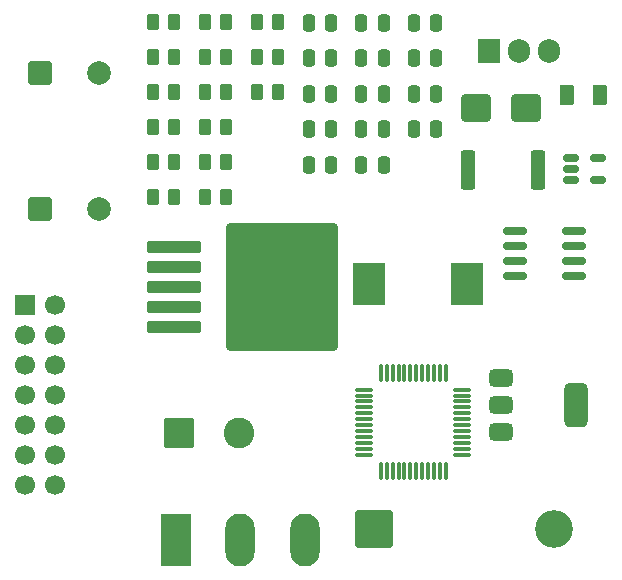
<source format=gbr>
%TF.GenerationSoftware,KiCad,Pcbnew,9.0.7*%
%TF.CreationDate,2026-02-08T16:25:54+05:30*%
%TF.ProjectId,gray,67726179-2e6b-4696-9361-645f70636258,rev?*%
%TF.SameCoordinates,Original*%
%TF.FileFunction,Soldermask,Top*%
%TF.FilePolarity,Negative*%
%FSLAX46Y46*%
G04 Gerber Fmt 4.6, Leading zero omitted, Abs format (unit mm)*
G04 Created by KiCad (PCBNEW 9.0.7) date 2026-02-08 16:25:54*
%MOMM*%
%LPD*%
G01*
G04 APERTURE LIST*
G04 Aperture macros list*
%AMRoundRect*
0 Rectangle with rounded corners*
0 $1 Rounding radius*
0 $2 $3 $4 $5 $6 $7 $8 $9 X,Y pos of 4 corners*
0 Add a 4 corners polygon primitive as box body*
4,1,4,$2,$3,$4,$5,$6,$7,$8,$9,$2,$3,0*
0 Add four circle primitives for the rounded corners*
1,1,$1+$1,$2,$3*
1,1,$1+$1,$4,$5*
1,1,$1+$1,$6,$7*
1,1,$1+$1,$8,$9*
0 Add four rect primitives between the rounded corners*
20,1,$1+$1,$2,$3,$4,$5,0*
20,1,$1+$1,$4,$5,$6,$7,0*
20,1,$1+$1,$6,$7,$8,$9,0*
20,1,$1+$1,$8,$9,$2,$3,0*%
G04 Aperture macros list end*
%ADD10R,2.700000X3.600000*%
%ADD11RoundRect,0.075000X-0.662500X-0.075000X0.662500X-0.075000X0.662500X0.075000X-0.662500X0.075000X0*%
%ADD12RoundRect,0.075000X-0.075000X-0.662500X0.075000X-0.662500X0.075000X0.662500X-0.075000X0.662500X0*%
%ADD13RoundRect,0.150000X-0.825000X-0.150000X0.825000X-0.150000X0.825000X0.150000X-0.825000X0.150000X0*%
%ADD14RoundRect,0.150000X-0.512500X-0.150000X0.512500X-0.150000X0.512500X0.150000X-0.512500X0.150000X0*%
%ADD15RoundRect,0.250000X-2.050000X-0.300000X2.050000X-0.300000X2.050000X0.300000X-2.050000X0.300000X0*%
%ADD16RoundRect,0.250002X-4.449998X-5.149998X4.449998X-5.149998X4.449998X5.149998X-4.449998X5.149998X0*%
%ADD17RoundRect,0.250000X-0.262500X-0.450000X0.262500X-0.450000X0.262500X0.450000X-0.262500X0.450000X0*%
%ADD18RoundRect,0.250000X-0.362500X-1.425000X0.362500X-1.425000X0.362500X1.425000X-0.362500X1.425000X0*%
%ADD19R,2.500000X4.500000*%
%ADD20O,2.500000X4.500000*%
%ADD21R,1.905000X2.000000*%
%ADD22O,1.905000X2.000000*%
%ADD23R,1.700000X1.700000*%
%ADD24C,1.700000*%
%ADD25RoundRect,0.250000X-0.375000X-0.625000X0.375000X-0.625000X0.375000X0.625000X-0.375000X0.625000X0*%
%ADD26RoundRect,0.250000X-1.050000X-1.050000X1.050000X-1.050000X1.050000X1.050000X-1.050000X1.050000X0*%
%ADD27C,2.600000*%
%ADD28RoundRect,0.250000X-1.000000X-0.900000X1.000000X-0.900000X1.000000X0.900000X-1.000000X0.900000X0*%
%ADD29RoundRect,0.250000X-1.350000X-1.350000X1.350000X-1.350000X1.350000X1.350000X-1.350000X1.350000X0*%
%ADD30C,3.200000*%
%ADD31RoundRect,0.250000X-0.250000X-0.475000X0.250000X-0.475000X0.250000X0.475000X-0.250000X0.475000X0*%
%ADD32RoundRect,0.250000X-0.750000X-0.750000X0.750000X-0.750000X0.750000X0.750000X-0.750000X0.750000X0*%
%ADD33C,2.000000*%
%ADD34RoundRect,0.375000X-0.625000X-0.375000X0.625000X-0.375000X0.625000X0.375000X-0.625000X0.375000X0*%
%ADD35RoundRect,0.500000X-0.500000X-1.400000X0.500000X-1.400000X0.500000X1.400000X-0.500000X1.400000X0*%
G04 APERTURE END LIST*
D10*
%TO.C,L1*%
X162300000Y-86500000D03*
X154000000Y-86500000D03*
%TD*%
D11*
%TO.C,U5*%
X153587500Y-95400000D03*
X153587500Y-95900000D03*
X153587500Y-96400000D03*
X153587500Y-96900000D03*
X153587500Y-97400000D03*
X153587500Y-97900000D03*
X153587500Y-98400000D03*
X153587500Y-98900000D03*
X153587500Y-99400000D03*
X153587500Y-99900000D03*
X153587500Y-100400000D03*
X153587500Y-100900000D03*
D12*
X155000000Y-102312500D03*
X155500000Y-102312500D03*
X156000000Y-102312500D03*
X156500000Y-102312500D03*
X157000000Y-102312500D03*
X157500000Y-102312500D03*
X158000000Y-102312500D03*
X158500000Y-102312500D03*
X159000000Y-102312500D03*
X159500000Y-102312500D03*
X160000000Y-102312500D03*
X160500000Y-102312500D03*
D11*
X161912500Y-100900000D03*
X161912500Y-100400000D03*
X161912500Y-99900000D03*
X161912500Y-99400000D03*
X161912500Y-98900000D03*
X161912500Y-98400000D03*
X161912500Y-97900000D03*
X161912500Y-97400000D03*
X161912500Y-96900000D03*
X161912500Y-96400000D03*
X161912500Y-95900000D03*
X161912500Y-95400000D03*
D12*
X160500000Y-93987500D03*
X160000000Y-93987500D03*
X159500000Y-93987500D03*
X159000000Y-93987500D03*
X158500000Y-93987500D03*
X158000000Y-93987500D03*
X157500000Y-93987500D03*
X157000000Y-93987500D03*
X156500000Y-93987500D03*
X156000000Y-93987500D03*
X155500000Y-93987500D03*
X155000000Y-93987500D03*
%TD*%
D13*
%TO.C,U4*%
X166375000Y-81980000D03*
X166375000Y-83250000D03*
X166375000Y-84520000D03*
X166375000Y-85790000D03*
X171325000Y-85790000D03*
X171325000Y-84520000D03*
X171325000Y-83250000D03*
X171325000Y-81980000D03*
%TD*%
D14*
%TO.C,U3*%
X171102500Y-75775000D03*
X171102500Y-76725000D03*
X171102500Y-77675000D03*
X173377500Y-77675000D03*
X173377500Y-75775000D03*
%TD*%
D15*
%TO.C,U1*%
X137450000Y-83300000D03*
X137450000Y-85000000D03*
X137450000Y-86700000D03*
D16*
X146600000Y-86700000D03*
D15*
X137450000Y-88400000D03*
X137450000Y-90100000D03*
%TD*%
D17*
%TO.C,TH6*%
X144487500Y-70200000D03*
X146312500Y-70200000D03*
%TD*%
%TO.C,TH5*%
X144487500Y-67250000D03*
X146312500Y-67250000D03*
%TD*%
%TO.C,TH4*%
X144487500Y-64300000D03*
X146312500Y-64300000D03*
%TD*%
%TO.C,TH3*%
X140077500Y-79050000D03*
X141902500Y-79050000D03*
%TD*%
%TO.C,TH2*%
X140077500Y-76100000D03*
X141902500Y-76100000D03*
%TD*%
%TO.C,TH1*%
X140077500Y-73150000D03*
X141902500Y-73150000D03*
%TD*%
%TO.C,R23*%
X140077500Y-70200000D03*
X141902500Y-70200000D03*
%TD*%
%TO.C,R17*%
X140077500Y-67250000D03*
X141902500Y-67250000D03*
%TD*%
D18*
%TO.C,R10*%
X162347500Y-76780000D03*
X168272500Y-76780000D03*
%TD*%
D17*
%TO.C,R9*%
X140077500Y-64300000D03*
X141902500Y-64300000D03*
%TD*%
%TO.C,R8*%
X135667500Y-79050000D03*
X137492500Y-79050000D03*
%TD*%
%TO.C,R7*%
X135667500Y-76100000D03*
X137492500Y-76100000D03*
%TD*%
%TO.C,R6*%
X135667500Y-73150000D03*
X137492500Y-73150000D03*
%TD*%
%TO.C,R5*%
X135667500Y-70200000D03*
X137492500Y-70200000D03*
%TD*%
%TO.C,R4*%
X135667500Y-67250000D03*
X137492500Y-67250000D03*
%TD*%
%TO.C,R1*%
X135667500Y-64300000D03*
X137492500Y-64300000D03*
%TD*%
D19*
%TO.C,Q2*%
X137650000Y-108100000D03*
D20*
X143100000Y-108100000D03*
X148550000Y-108100000D03*
%TD*%
D21*
%TO.C,Q1*%
X164190000Y-66750000D03*
D22*
X166730000Y-66750000D03*
X169270000Y-66750000D03*
%TD*%
D23*
%TO.C,J1*%
X124860000Y-88230000D03*
D24*
X127400000Y-88230000D03*
X124860000Y-90770000D03*
X127400000Y-90770000D03*
X124860000Y-93310000D03*
X127400000Y-93310000D03*
X124860000Y-95850000D03*
X127400000Y-95850000D03*
X124860000Y-98390000D03*
X127400000Y-98390000D03*
X124860000Y-100930000D03*
X127400000Y-100930000D03*
X124860000Y-103470000D03*
X127400000Y-103470000D03*
%TD*%
D25*
%TO.C,F1*%
X170750000Y-70430000D03*
X173550000Y-70430000D03*
%TD*%
D26*
%TO.C,DC_input_40V1*%
X137940000Y-99110000D03*
D27*
X143020000Y-99110000D03*
%TD*%
D28*
%TO.C,D3*%
X163025000Y-71550000D03*
X167325000Y-71550000D03*
%TD*%
D29*
%TO.C,D1*%
X154450000Y-107200000D03*
D30*
X169690000Y-107200000D03*
%TD*%
D31*
%TO.C,C23*%
X157780000Y-73360000D03*
X159680000Y-73360000D03*
%TD*%
%TO.C,C19*%
X157780000Y-70350000D03*
X159680000Y-70350000D03*
%TD*%
%TO.C,C18*%
X157780000Y-67340000D03*
X159680000Y-67340000D03*
%TD*%
%TO.C,C17*%
X157780000Y-64330000D03*
X159680000Y-64330000D03*
%TD*%
%TO.C,C16*%
X153330000Y-76370000D03*
X155230000Y-76370000D03*
%TD*%
%TO.C,C15*%
X153330000Y-73360000D03*
X155230000Y-73360000D03*
%TD*%
%TO.C,C14*%
X153330000Y-70350000D03*
X155230000Y-70350000D03*
%TD*%
%TO.C,C13*%
X153330000Y-67340000D03*
X155230000Y-67340000D03*
%TD*%
%TO.C,C11*%
X153330000Y-64330000D03*
X155230000Y-64330000D03*
%TD*%
%TO.C,C7*%
X148880000Y-76370000D03*
X150780000Y-76370000D03*
%TD*%
%TO.C,C6*%
X148880000Y-73360000D03*
X150780000Y-73360000D03*
%TD*%
%TO.C,C5*%
X148880000Y-70350000D03*
X150780000Y-70350000D03*
%TD*%
D32*
%TO.C,C4*%
X126104646Y-80150000D03*
D33*
X131104646Y-80150000D03*
%TD*%
D31*
%TO.C,C3*%
X148880000Y-67340000D03*
X150780000Y-67340000D03*
%TD*%
%TO.C,C2*%
X148880000Y-64330000D03*
X150780000Y-64330000D03*
%TD*%
D32*
%TO.C,C1*%
X126104646Y-68600000D03*
D33*
X131104646Y-68600000D03*
%TD*%
D34*
%TO.C,U2*%
X165200000Y-94375000D03*
X165200000Y-96675000D03*
D35*
X171500000Y-96675000D03*
D34*
X165200000Y-98975000D03*
%TD*%
M02*

</source>
